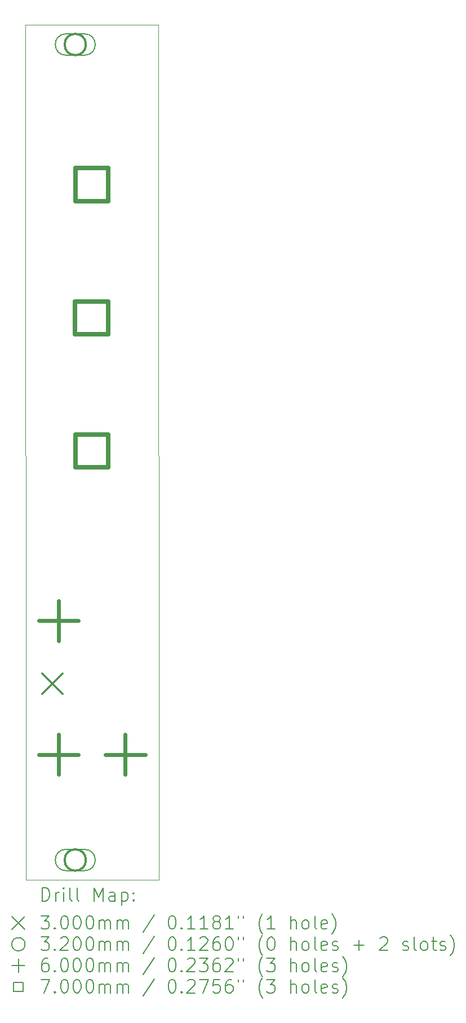
<source format=gbr>
%TF.GenerationSoftware,KiCad,Pcbnew,6.0.10+dfsg-1~bpo11+1*%
%TF.CreationDate,2023-02-01T15:05:14+08:00*%
%TF.ProjectId,MiniVerb - Front,4d696e69-5665-4726-9220-2d2046726f6e,rev?*%
%TF.SameCoordinates,Original*%
%TF.FileFunction,Drillmap*%
%TF.FilePolarity,Positive*%
%FSLAX45Y45*%
G04 Gerber Fmt 4.5, Leading zero omitted, Abs format (unit mm)*
G04 Created by KiCad (PCBNEW 6.0.10+dfsg-1~bpo11+1) date 2023-02-01 15:05:14*
%MOMM*%
%LPD*%
G01*
G04 APERTURE LIST*
%ADD10C,0.100000*%
%ADD11C,0.200000*%
%ADD12C,0.300000*%
%ADD13C,0.320000*%
%ADD14C,0.600000*%
%ADD15C,0.700000*%
G04 APERTURE END LIST*
D10*
X11706000Y-5001000D02*
X9706000Y-5001000D01*
X11711000Y-17851000D02*
X11706000Y-5001000D01*
X9706000Y-5001000D02*
X9716000Y-17851000D01*
X9716000Y-17851000D02*
X11711000Y-17851000D01*
D11*
D12*
X9960000Y-14750000D02*
X10260000Y-15050000D01*
X10260000Y-14750000D02*
X9960000Y-15050000D01*
D13*
X10615000Y-5300000D02*
G75*
G03*
X10615000Y-5300000I-160000J0D01*
G01*
D11*
X10315000Y-5460000D02*
X10595000Y-5460000D01*
X10315000Y-5140000D02*
X10595000Y-5140000D01*
X10595000Y-5460000D02*
G75*
G03*
X10595000Y-5140000I0J160000D01*
G01*
X10315000Y-5140000D02*
G75*
G03*
X10315000Y-5460000I0J-160000D01*
G01*
D13*
X10615000Y-17550000D02*
G75*
G03*
X10615000Y-17550000I-160000J0D01*
G01*
D11*
X10315000Y-17710000D02*
X10595000Y-17710000D01*
X10315000Y-17390000D02*
X10595000Y-17390000D01*
X10595000Y-17710000D02*
G75*
G03*
X10595000Y-17390000I0J160000D01*
G01*
X10315000Y-17390000D02*
G75*
G03*
X10315000Y-17710000I0J-160000D01*
G01*
D14*
X10205000Y-13655000D02*
X10205000Y-14255000D01*
X9905000Y-13955000D02*
X10505000Y-13955000D01*
X10205000Y-15665000D02*
X10205000Y-16265000D01*
X9905000Y-15965000D02*
X10505000Y-15965000D01*
X11205000Y-15665000D02*
X11205000Y-16265000D01*
X10905000Y-15965000D02*
X11505000Y-15965000D01*
D15*
X10947490Y-9652490D02*
X10947490Y-9157510D01*
X10452510Y-9157510D01*
X10452510Y-9652490D01*
X10947490Y-9652490D01*
X10952490Y-7652490D02*
X10952490Y-7157510D01*
X10457510Y-7157510D01*
X10457510Y-7652490D01*
X10952490Y-7652490D01*
X10952490Y-11652490D02*
X10952490Y-11157510D01*
X10457510Y-11157510D01*
X10457510Y-11652490D01*
X10952490Y-11652490D01*
D11*
X9958619Y-18166476D02*
X9958619Y-17966476D01*
X10006238Y-17966476D01*
X10034810Y-17976000D01*
X10053857Y-17995048D01*
X10063381Y-18014095D01*
X10072905Y-18052190D01*
X10072905Y-18080762D01*
X10063381Y-18118857D01*
X10053857Y-18137905D01*
X10034810Y-18156952D01*
X10006238Y-18166476D01*
X9958619Y-18166476D01*
X10158619Y-18166476D02*
X10158619Y-18033143D01*
X10158619Y-18071238D02*
X10168143Y-18052190D01*
X10177667Y-18042667D01*
X10196714Y-18033143D01*
X10215762Y-18033143D01*
X10282429Y-18166476D02*
X10282429Y-18033143D01*
X10282429Y-17966476D02*
X10272905Y-17976000D01*
X10282429Y-17985524D01*
X10291952Y-17976000D01*
X10282429Y-17966476D01*
X10282429Y-17985524D01*
X10406238Y-18166476D02*
X10387190Y-18156952D01*
X10377667Y-18137905D01*
X10377667Y-17966476D01*
X10511000Y-18166476D02*
X10491952Y-18156952D01*
X10482429Y-18137905D01*
X10482429Y-17966476D01*
X10739571Y-18166476D02*
X10739571Y-17966476D01*
X10806238Y-18109333D01*
X10872905Y-17966476D01*
X10872905Y-18166476D01*
X11053857Y-18166476D02*
X11053857Y-18061714D01*
X11044333Y-18042667D01*
X11025286Y-18033143D01*
X10987190Y-18033143D01*
X10968143Y-18042667D01*
X11053857Y-18156952D02*
X11034810Y-18166476D01*
X10987190Y-18166476D01*
X10968143Y-18156952D01*
X10958619Y-18137905D01*
X10958619Y-18118857D01*
X10968143Y-18099810D01*
X10987190Y-18090286D01*
X11034810Y-18090286D01*
X11053857Y-18080762D01*
X11149095Y-18033143D02*
X11149095Y-18233143D01*
X11149095Y-18042667D02*
X11168143Y-18033143D01*
X11206238Y-18033143D01*
X11225286Y-18042667D01*
X11234809Y-18052190D01*
X11244333Y-18071238D01*
X11244333Y-18128381D01*
X11234809Y-18147429D01*
X11225286Y-18156952D01*
X11206238Y-18166476D01*
X11168143Y-18166476D01*
X11149095Y-18156952D01*
X11330048Y-18147429D02*
X11339571Y-18156952D01*
X11330048Y-18166476D01*
X11320524Y-18156952D01*
X11330048Y-18147429D01*
X11330048Y-18166476D01*
X11330048Y-18042667D02*
X11339571Y-18052190D01*
X11330048Y-18061714D01*
X11320524Y-18052190D01*
X11330048Y-18042667D01*
X11330048Y-18061714D01*
X9501000Y-18396000D02*
X9701000Y-18596000D01*
X9701000Y-18396000D02*
X9501000Y-18596000D01*
X9939571Y-18386476D02*
X10063381Y-18386476D01*
X9996714Y-18462667D01*
X10025286Y-18462667D01*
X10044333Y-18472190D01*
X10053857Y-18481714D01*
X10063381Y-18500762D01*
X10063381Y-18548381D01*
X10053857Y-18567429D01*
X10044333Y-18576952D01*
X10025286Y-18586476D01*
X9968143Y-18586476D01*
X9949095Y-18576952D01*
X9939571Y-18567429D01*
X10149095Y-18567429D02*
X10158619Y-18576952D01*
X10149095Y-18586476D01*
X10139571Y-18576952D01*
X10149095Y-18567429D01*
X10149095Y-18586476D01*
X10282429Y-18386476D02*
X10301476Y-18386476D01*
X10320524Y-18396000D01*
X10330048Y-18405524D01*
X10339571Y-18424571D01*
X10349095Y-18462667D01*
X10349095Y-18510286D01*
X10339571Y-18548381D01*
X10330048Y-18567429D01*
X10320524Y-18576952D01*
X10301476Y-18586476D01*
X10282429Y-18586476D01*
X10263381Y-18576952D01*
X10253857Y-18567429D01*
X10244333Y-18548381D01*
X10234810Y-18510286D01*
X10234810Y-18462667D01*
X10244333Y-18424571D01*
X10253857Y-18405524D01*
X10263381Y-18396000D01*
X10282429Y-18386476D01*
X10472905Y-18386476D02*
X10491952Y-18386476D01*
X10511000Y-18396000D01*
X10520524Y-18405524D01*
X10530048Y-18424571D01*
X10539571Y-18462667D01*
X10539571Y-18510286D01*
X10530048Y-18548381D01*
X10520524Y-18567429D01*
X10511000Y-18576952D01*
X10491952Y-18586476D01*
X10472905Y-18586476D01*
X10453857Y-18576952D01*
X10444333Y-18567429D01*
X10434810Y-18548381D01*
X10425286Y-18510286D01*
X10425286Y-18462667D01*
X10434810Y-18424571D01*
X10444333Y-18405524D01*
X10453857Y-18396000D01*
X10472905Y-18386476D01*
X10663381Y-18386476D02*
X10682429Y-18386476D01*
X10701476Y-18396000D01*
X10711000Y-18405524D01*
X10720524Y-18424571D01*
X10730048Y-18462667D01*
X10730048Y-18510286D01*
X10720524Y-18548381D01*
X10711000Y-18567429D01*
X10701476Y-18576952D01*
X10682429Y-18586476D01*
X10663381Y-18586476D01*
X10644333Y-18576952D01*
X10634810Y-18567429D01*
X10625286Y-18548381D01*
X10615762Y-18510286D01*
X10615762Y-18462667D01*
X10625286Y-18424571D01*
X10634810Y-18405524D01*
X10644333Y-18396000D01*
X10663381Y-18386476D01*
X10815762Y-18586476D02*
X10815762Y-18453143D01*
X10815762Y-18472190D02*
X10825286Y-18462667D01*
X10844333Y-18453143D01*
X10872905Y-18453143D01*
X10891952Y-18462667D01*
X10901476Y-18481714D01*
X10901476Y-18586476D01*
X10901476Y-18481714D02*
X10911000Y-18462667D01*
X10930048Y-18453143D01*
X10958619Y-18453143D01*
X10977667Y-18462667D01*
X10987190Y-18481714D01*
X10987190Y-18586476D01*
X11082429Y-18586476D02*
X11082429Y-18453143D01*
X11082429Y-18472190D02*
X11091952Y-18462667D01*
X11111000Y-18453143D01*
X11139571Y-18453143D01*
X11158619Y-18462667D01*
X11168143Y-18481714D01*
X11168143Y-18586476D01*
X11168143Y-18481714D02*
X11177667Y-18462667D01*
X11196714Y-18453143D01*
X11225286Y-18453143D01*
X11244333Y-18462667D01*
X11253857Y-18481714D01*
X11253857Y-18586476D01*
X11644333Y-18376952D02*
X11472905Y-18634095D01*
X11901476Y-18386476D02*
X11920524Y-18386476D01*
X11939571Y-18396000D01*
X11949095Y-18405524D01*
X11958619Y-18424571D01*
X11968143Y-18462667D01*
X11968143Y-18510286D01*
X11958619Y-18548381D01*
X11949095Y-18567429D01*
X11939571Y-18576952D01*
X11920524Y-18586476D01*
X11901476Y-18586476D01*
X11882428Y-18576952D01*
X11872905Y-18567429D01*
X11863381Y-18548381D01*
X11853857Y-18510286D01*
X11853857Y-18462667D01*
X11863381Y-18424571D01*
X11872905Y-18405524D01*
X11882428Y-18396000D01*
X11901476Y-18386476D01*
X12053857Y-18567429D02*
X12063381Y-18576952D01*
X12053857Y-18586476D01*
X12044333Y-18576952D01*
X12053857Y-18567429D01*
X12053857Y-18586476D01*
X12253857Y-18586476D02*
X12139571Y-18586476D01*
X12196714Y-18586476D02*
X12196714Y-18386476D01*
X12177667Y-18415048D01*
X12158619Y-18434095D01*
X12139571Y-18443619D01*
X12444333Y-18586476D02*
X12330048Y-18586476D01*
X12387190Y-18586476D02*
X12387190Y-18386476D01*
X12368143Y-18415048D01*
X12349095Y-18434095D01*
X12330048Y-18443619D01*
X12558619Y-18472190D02*
X12539571Y-18462667D01*
X12530048Y-18453143D01*
X12520524Y-18434095D01*
X12520524Y-18424571D01*
X12530048Y-18405524D01*
X12539571Y-18396000D01*
X12558619Y-18386476D01*
X12596714Y-18386476D01*
X12615762Y-18396000D01*
X12625286Y-18405524D01*
X12634809Y-18424571D01*
X12634809Y-18434095D01*
X12625286Y-18453143D01*
X12615762Y-18462667D01*
X12596714Y-18472190D01*
X12558619Y-18472190D01*
X12539571Y-18481714D01*
X12530048Y-18491238D01*
X12520524Y-18510286D01*
X12520524Y-18548381D01*
X12530048Y-18567429D01*
X12539571Y-18576952D01*
X12558619Y-18586476D01*
X12596714Y-18586476D01*
X12615762Y-18576952D01*
X12625286Y-18567429D01*
X12634809Y-18548381D01*
X12634809Y-18510286D01*
X12625286Y-18491238D01*
X12615762Y-18481714D01*
X12596714Y-18472190D01*
X12825286Y-18586476D02*
X12711000Y-18586476D01*
X12768143Y-18586476D02*
X12768143Y-18386476D01*
X12749095Y-18415048D01*
X12730048Y-18434095D01*
X12711000Y-18443619D01*
X12901476Y-18386476D02*
X12901476Y-18424571D01*
X12977667Y-18386476D02*
X12977667Y-18424571D01*
X13272905Y-18662667D02*
X13263381Y-18653143D01*
X13244333Y-18624571D01*
X13234809Y-18605524D01*
X13225286Y-18576952D01*
X13215762Y-18529333D01*
X13215762Y-18491238D01*
X13225286Y-18443619D01*
X13234809Y-18415048D01*
X13244333Y-18396000D01*
X13263381Y-18367429D01*
X13272905Y-18357905D01*
X13453857Y-18586476D02*
X13339571Y-18586476D01*
X13396714Y-18586476D02*
X13396714Y-18386476D01*
X13377667Y-18415048D01*
X13358619Y-18434095D01*
X13339571Y-18443619D01*
X13691952Y-18586476D02*
X13691952Y-18386476D01*
X13777667Y-18586476D02*
X13777667Y-18481714D01*
X13768143Y-18462667D01*
X13749095Y-18453143D01*
X13720524Y-18453143D01*
X13701476Y-18462667D01*
X13691952Y-18472190D01*
X13901476Y-18586476D02*
X13882428Y-18576952D01*
X13872905Y-18567429D01*
X13863381Y-18548381D01*
X13863381Y-18491238D01*
X13872905Y-18472190D01*
X13882428Y-18462667D01*
X13901476Y-18453143D01*
X13930048Y-18453143D01*
X13949095Y-18462667D01*
X13958619Y-18472190D01*
X13968143Y-18491238D01*
X13968143Y-18548381D01*
X13958619Y-18567429D01*
X13949095Y-18576952D01*
X13930048Y-18586476D01*
X13901476Y-18586476D01*
X14082428Y-18586476D02*
X14063381Y-18576952D01*
X14053857Y-18557905D01*
X14053857Y-18386476D01*
X14234809Y-18576952D02*
X14215762Y-18586476D01*
X14177667Y-18586476D01*
X14158619Y-18576952D01*
X14149095Y-18557905D01*
X14149095Y-18481714D01*
X14158619Y-18462667D01*
X14177667Y-18453143D01*
X14215762Y-18453143D01*
X14234809Y-18462667D01*
X14244333Y-18481714D01*
X14244333Y-18500762D01*
X14149095Y-18519810D01*
X14311000Y-18662667D02*
X14320524Y-18653143D01*
X14339571Y-18624571D01*
X14349095Y-18605524D01*
X14358619Y-18576952D01*
X14368143Y-18529333D01*
X14368143Y-18491238D01*
X14358619Y-18443619D01*
X14349095Y-18415048D01*
X14339571Y-18396000D01*
X14320524Y-18367429D01*
X14311000Y-18357905D01*
X9701000Y-18816000D02*
G75*
G03*
X9701000Y-18816000I-100000J0D01*
G01*
X9939571Y-18706476D02*
X10063381Y-18706476D01*
X9996714Y-18782667D01*
X10025286Y-18782667D01*
X10044333Y-18792190D01*
X10053857Y-18801714D01*
X10063381Y-18820762D01*
X10063381Y-18868381D01*
X10053857Y-18887429D01*
X10044333Y-18896952D01*
X10025286Y-18906476D01*
X9968143Y-18906476D01*
X9949095Y-18896952D01*
X9939571Y-18887429D01*
X10149095Y-18887429D02*
X10158619Y-18896952D01*
X10149095Y-18906476D01*
X10139571Y-18896952D01*
X10149095Y-18887429D01*
X10149095Y-18906476D01*
X10234810Y-18725524D02*
X10244333Y-18716000D01*
X10263381Y-18706476D01*
X10311000Y-18706476D01*
X10330048Y-18716000D01*
X10339571Y-18725524D01*
X10349095Y-18744571D01*
X10349095Y-18763619D01*
X10339571Y-18792190D01*
X10225286Y-18906476D01*
X10349095Y-18906476D01*
X10472905Y-18706476D02*
X10491952Y-18706476D01*
X10511000Y-18716000D01*
X10520524Y-18725524D01*
X10530048Y-18744571D01*
X10539571Y-18782667D01*
X10539571Y-18830286D01*
X10530048Y-18868381D01*
X10520524Y-18887429D01*
X10511000Y-18896952D01*
X10491952Y-18906476D01*
X10472905Y-18906476D01*
X10453857Y-18896952D01*
X10444333Y-18887429D01*
X10434810Y-18868381D01*
X10425286Y-18830286D01*
X10425286Y-18782667D01*
X10434810Y-18744571D01*
X10444333Y-18725524D01*
X10453857Y-18716000D01*
X10472905Y-18706476D01*
X10663381Y-18706476D02*
X10682429Y-18706476D01*
X10701476Y-18716000D01*
X10711000Y-18725524D01*
X10720524Y-18744571D01*
X10730048Y-18782667D01*
X10730048Y-18830286D01*
X10720524Y-18868381D01*
X10711000Y-18887429D01*
X10701476Y-18896952D01*
X10682429Y-18906476D01*
X10663381Y-18906476D01*
X10644333Y-18896952D01*
X10634810Y-18887429D01*
X10625286Y-18868381D01*
X10615762Y-18830286D01*
X10615762Y-18782667D01*
X10625286Y-18744571D01*
X10634810Y-18725524D01*
X10644333Y-18716000D01*
X10663381Y-18706476D01*
X10815762Y-18906476D02*
X10815762Y-18773143D01*
X10815762Y-18792190D02*
X10825286Y-18782667D01*
X10844333Y-18773143D01*
X10872905Y-18773143D01*
X10891952Y-18782667D01*
X10901476Y-18801714D01*
X10901476Y-18906476D01*
X10901476Y-18801714D02*
X10911000Y-18782667D01*
X10930048Y-18773143D01*
X10958619Y-18773143D01*
X10977667Y-18782667D01*
X10987190Y-18801714D01*
X10987190Y-18906476D01*
X11082429Y-18906476D02*
X11082429Y-18773143D01*
X11082429Y-18792190D02*
X11091952Y-18782667D01*
X11111000Y-18773143D01*
X11139571Y-18773143D01*
X11158619Y-18782667D01*
X11168143Y-18801714D01*
X11168143Y-18906476D01*
X11168143Y-18801714D02*
X11177667Y-18782667D01*
X11196714Y-18773143D01*
X11225286Y-18773143D01*
X11244333Y-18782667D01*
X11253857Y-18801714D01*
X11253857Y-18906476D01*
X11644333Y-18696952D02*
X11472905Y-18954095D01*
X11901476Y-18706476D02*
X11920524Y-18706476D01*
X11939571Y-18716000D01*
X11949095Y-18725524D01*
X11958619Y-18744571D01*
X11968143Y-18782667D01*
X11968143Y-18830286D01*
X11958619Y-18868381D01*
X11949095Y-18887429D01*
X11939571Y-18896952D01*
X11920524Y-18906476D01*
X11901476Y-18906476D01*
X11882428Y-18896952D01*
X11872905Y-18887429D01*
X11863381Y-18868381D01*
X11853857Y-18830286D01*
X11853857Y-18782667D01*
X11863381Y-18744571D01*
X11872905Y-18725524D01*
X11882428Y-18716000D01*
X11901476Y-18706476D01*
X12053857Y-18887429D02*
X12063381Y-18896952D01*
X12053857Y-18906476D01*
X12044333Y-18896952D01*
X12053857Y-18887429D01*
X12053857Y-18906476D01*
X12253857Y-18906476D02*
X12139571Y-18906476D01*
X12196714Y-18906476D02*
X12196714Y-18706476D01*
X12177667Y-18735048D01*
X12158619Y-18754095D01*
X12139571Y-18763619D01*
X12330048Y-18725524D02*
X12339571Y-18716000D01*
X12358619Y-18706476D01*
X12406238Y-18706476D01*
X12425286Y-18716000D01*
X12434809Y-18725524D01*
X12444333Y-18744571D01*
X12444333Y-18763619D01*
X12434809Y-18792190D01*
X12320524Y-18906476D01*
X12444333Y-18906476D01*
X12615762Y-18706476D02*
X12577667Y-18706476D01*
X12558619Y-18716000D01*
X12549095Y-18725524D01*
X12530048Y-18754095D01*
X12520524Y-18792190D01*
X12520524Y-18868381D01*
X12530048Y-18887429D01*
X12539571Y-18896952D01*
X12558619Y-18906476D01*
X12596714Y-18906476D01*
X12615762Y-18896952D01*
X12625286Y-18887429D01*
X12634809Y-18868381D01*
X12634809Y-18820762D01*
X12625286Y-18801714D01*
X12615762Y-18792190D01*
X12596714Y-18782667D01*
X12558619Y-18782667D01*
X12539571Y-18792190D01*
X12530048Y-18801714D01*
X12520524Y-18820762D01*
X12758619Y-18706476D02*
X12777667Y-18706476D01*
X12796714Y-18716000D01*
X12806238Y-18725524D01*
X12815762Y-18744571D01*
X12825286Y-18782667D01*
X12825286Y-18830286D01*
X12815762Y-18868381D01*
X12806238Y-18887429D01*
X12796714Y-18896952D01*
X12777667Y-18906476D01*
X12758619Y-18906476D01*
X12739571Y-18896952D01*
X12730048Y-18887429D01*
X12720524Y-18868381D01*
X12711000Y-18830286D01*
X12711000Y-18782667D01*
X12720524Y-18744571D01*
X12730048Y-18725524D01*
X12739571Y-18716000D01*
X12758619Y-18706476D01*
X12901476Y-18706476D02*
X12901476Y-18744571D01*
X12977667Y-18706476D02*
X12977667Y-18744571D01*
X13272905Y-18982667D02*
X13263381Y-18973143D01*
X13244333Y-18944571D01*
X13234809Y-18925524D01*
X13225286Y-18896952D01*
X13215762Y-18849333D01*
X13215762Y-18811238D01*
X13225286Y-18763619D01*
X13234809Y-18735048D01*
X13244333Y-18716000D01*
X13263381Y-18687429D01*
X13272905Y-18677905D01*
X13387190Y-18706476D02*
X13406238Y-18706476D01*
X13425286Y-18716000D01*
X13434809Y-18725524D01*
X13444333Y-18744571D01*
X13453857Y-18782667D01*
X13453857Y-18830286D01*
X13444333Y-18868381D01*
X13434809Y-18887429D01*
X13425286Y-18896952D01*
X13406238Y-18906476D01*
X13387190Y-18906476D01*
X13368143Y-18896952D01*
X13358619Y-18887429D01*
X13349095Y-18868381D01*
X13339571Y-18830286D01*
X13339571Y-18782667D01*
X13349095Y-18744571D01*
X13358619Y-18725524D01*
X13368143Y-18716000D01*
X13387190Y-18706476D01*
X13691952Y-18906476D02*
X13691952Y-18706476D01*
X13777667Y-18906476D02*
X13777667Y-18801714D01*
X13768143Y-18782667D01*
X13749095Y-18773143D01*
X13720524Y-18773143D01*
X13701476Y-18782667D01*
X13691952Y-18792190D01*
X13901476Y-18906476D02*
X13882428Y-18896952D01*
X13872905Y-18887429D01*
X13863381Y-18868381D01*
X13863381Y-18811238D01*
X13872905Y-18792190D01*
X13882428Y-18782667D01*
X13901476Y-18773143D01*
X13930048Y-18773143D01*
X13949095Y-18782667D01*
X13958619Y-18792190D01*
X13968143Y-18811238D01*
X13968143Y-18868381D01*
X13958619Y-18887429D01*
X13949095Y-18896952D01*
X13930048Y-18906476D01*
X13901476Y-18906476D01*
X14082428Y-18906476D02*
X14063381Y-18896952D01*
X14053857Y-18877905D01*
X14053857Y-18706476D01*
X14234809Y-18896952D02*
X14215762Y-18906476D01*
X14177667Y-18906476D01*
X14158619Y-18896952D01*
X14149095Y-18877905D01*
X14149095Y-18801714D01*
X14158619Y-18782667D01*
X14177667Y-18773143D01*
X14215762Y-18773143D01*
X14234809Y-18782667D01*
X14244333Y-18801714D01*
X14244333Y-18820762D01*
X14149095Y-18839810D01*
X14320524Y-18896952D02*
X14339571Y-18906476D01*
X14377667Y-18906476D01*
X14396714Y-18896952D01*
X14406238Y-18877905D01*
X14406238Y-18868381D01*
X14396714Y-18849333D01*
X14377667Y-18839810D01*
X14349095Y-18839810D01*
X14330048Y-18830286D01*
X14320524Y-18811238D01*
X14320524Y-18801714D01*
X14330048Y-18782667D01*
X14349095Y-18773143D01*
X14377667Y-18773143D01*
X14396714Y-18782667D01*
X14644333Y-18830286D02*
X14796714Y-18830286D01*
X14720524Y-18906476D02*
X14720524Y-18754095D01*
X15034809Y-18725524D02*
X15044333Y-18716000D01*
X15063381Y-18706476D01*
X15111000Y-18706476D01*
X15130048Y-18716000D01*
X15139571Y-18725524D01*
X15149095Y-18744571D01*
X15149095Y-18763619D01*
X15139571Y-18792190D01*
X15025286Y-18906476D01*
X15149095Y-18906476D01*
X15377667Y-18896952D02*
X15396714Y-18906476D01*
X15434809Y-18906476D01*
X15453857Y-18896952D01*
X15463381Y-18877905D01*
X15463381Y-18868381D01*
X15453857Y-18849333D01*
X15434809Y-18839810D01*
X15406238Y-18839810D01*
X15387190Y-18830286D01*
X15377667Y-18811238D01*
X15377667Y-18801714D01*
X15387190Y-18782667D01*
X15406238Y-18773143D01*
X15434809Y-18773143D01*
X15453857Y-18782667D01*
X15577667Y-18906476D02*
X15558619Y-18896952D01*
X15549095Y-18877905D01*
X15549095Y-18706476D01*
X15682428Y-18906476D02*
X15663381Y-18896952D01*
X15653857Y-18887429D01*
X15644333Y-18868381D01*
X15644333Y-18811238D01*
X15653857Y-18792190D01*
X15663381Y-18782667D01*
X15682428Y-18773143D01*
X15711000Y-18773143D01*
X15730048Y-18782667D01*
X15739571Y-18792190D01*
X15749095Y-18811238D01*
X15749095Y-18868381D01*
X15739571Y-18887429D01*
X15730048Y-18896952D01*
X15711000Y-18906476D01*
X15682428Y-18906476D01*
X15806238Y-18773143D02*
X15882428Y-18773143D01*
X15834809Y-18706476D02*
X15834809Y-18877905D01*
X15844333Y-18896952D01*
X15863381Y-18906476D01*
X15882428Y-18906476D01*
X15939571Y-18896952D02*
X15958619Y-18906476D01*
X15996714Y-18906476D01*
X16015762Y-18896952D01*
X16025286Y-18877905D01*
X16025286Y-18868381D01*
X16015762Y-18849333D01*
X15996714Y-18839810D01*
X15968143Y-18839810D01*
X15949095Y-18830286D01*
X15939571Y-18811238D01*
X15939571Y-18801714D01*
X15949095Y-18782667D01*
X15968143Y-18773143D01*
X15996714Y-18773143D01*
X16015762Y-18782667D01*
X16091952Y-18982667D02*
X16101476Y-18973143D01*
X16120524Y-18944571D01*
X16130048Y-18925524D01*
X16139571Y-18896952D01*
X16149095Y-18849333D01*
X16149095Y-18811238D01*
X16139571Y-18763619D01*
X16130048Y-18735048D01*
X16120524Y-18716000D01*
X16101476Y-18687429D01*
X16091952Y-18677905D01*
X9601000Y-19036000D02*
X9601000Y-19236000D01*
X9501000Y-19136000D02*
X9701000Y-19136000D01*
X10044333Y-19026476D02*
X10006238Y-19026476D01*
X9987190Y-19036000D01*
X9977667Y-19045524D01*
X9958619Y-19074095D01*
X9949095Y-19112190D01*
X9949095Y-19188381D01*
X9958619Y-19207429D01*
X9968143Y-19216952D01*
X9987190Y-19226476D01*
X10025286Y-19226476D01*
X10044333Y-19216952D01*
X10053857Y-19207429D01*
X10063381Y-19188381D01*
X10063381Y-19140762D01*
X10053857Y-19121714D01*
X10044333Y-19112190D01*
X10025286Y-19102667D01*
X9987190Y-19102667D01*
X9968143Y-19112190D01*
X9958619Y-19121714D01*
X9949095Y-19140762D01*
X10149095Y-19207429D02*
X10158619Y-19216952D01*
X10149095Y-19226476D01*
X10139571Y-19216952D01*
X10149095Y-19207429D01*
X10149095Y-19226476D01*
X10282429Y-19026476D02*
X10301476Y-19026476D01*
X10320524Y-19036000D01*
X10330048Y-19045524D01*
X10339571Y-19064571D01*
X10349095Y-19102667D01*
X10349095Y-19150286D01*
X10339571Y-19188381D01*
X10330048Y-19207429D01*
X10320524Y-19216952D01*
X10301476Y-19226476D01*
X10282429Y-19226476D01*
X10263381Y-19216952D01*
X10253857Y-19207429D01*
X10244333Y-19188381D01*
X10234810Y-19150286D01*
X10234810Y-19102667D01*
X10244333Y-19064571D01*
X10253857Y-19045524D01*
X10263381Y-19036000D01*
X10282429Y-19026476D01*
X10472905Y-19026476D02*
X10491952Y-19026476D01*
X10511000Y-19036000D01*
X10520524Y-19045524D01*
X10530048Y-19064571D01*
X10539571Y-19102667D01*
X10539571Y-19150286D01*
X10530048Y-19188381D01*
X10520524Y-19207429D01*
X10511000Y-19216952D01*
X10491952Y-19226476D01*
X10472905Y-19226476D01*
X10453857Y-19216952D01*
X10444333Y-19207429D01*
X10434810Y-19188381D01*
X10425286Y-19150286D01*
X10425286Y-19102667D01*
X10434810Y-19064571D01*
X10444333Y-19045524D01*
X10453857Y-19036000D01*
X10472905Y-19026476D01*
X10663381Y-19026476D02*
X10682429Y-19026476D01*
X10701476Y-19036000D01*
X10711000Y-19045524D01*
X10720524Y-19064571D01*
X10730048Y-19102667D01*
X10730048Y-19150286D01*
X10720524Y-19188381D01*
X10711000Y-19207429D01*
X10701476Y-19216952D01*
X10682429Y-19226476D01*
X10663381Y-19226476D01*
X10644333Y-19216952D01*
X10634810Y-19207429D01*
X10625286Y-19188381D01*
X10615762Y-19150286D01*
X10615762Y-19102667D01*
X10625286Y-19064571D01*
X10634810Y-19045524D01*
X10644333Y-19036000D01*
X10663381Y-19026476D01*
X10815762Y-19226476D02*
X10815762Y-19093143D01*
X10815762Y-19112190D02*
X10825286Y-19102667D01*
X10844333Y-19093143D01*
X10872905Y-19093143D01*
X10891952Y-19102667D01*
X10901476Y-19121714D01*
X10901476Y-19226476D01*
X10901476Y-19121714D02*
X10911000Y-19102667D01*
X10930048Y-19093143D01*
X10958619Y-19093143D01*
X10977667Y-19102667D01*
X10987190Y-19121714D01*
X10987190Y-19226476D01*
X11082429Y-19226476D02*
X11082429Y-19093143D01*
X11082429Y-19112190D02*
X11091952Y-19102667D01*
X11111000Y-19093143D01*
X11139571Y-19093143D01*
X11158619Y-19102667D01*
X11168143Y-19121714D01*
X11168143Y-19226476D01*
X11168143Y-19121714D02*
X11177667Y-19102667D01*
X11196714Y-19093143D01*
X11225286Y-19093143D01*
X11244333Y-19102667D01*
X11253857Y-19121714D01*
X11253857Y-19226476D01*
X11644333Y-19016952D02*
X11472905Y-19274095D01*
X11901476Y-19026476D02*
X11920524Y-19026476D01*
X11939571Y-19036000D01*
X11949095Y-19045524D01*
X11958619Y-19064571D01*
X11968143Y-19102667D01*
X11968143Y-19150286D01*
X11958619Y-19188381D01*
X11949095Y-19207429D01*
X11939571Y-19216952D01*
X11920524Y-19226476D01*
X11901476Y-19226476D01*
X11882428Y-19216952D01*
X11872905Y-19207429D01*
X11863381Y-19188381D01*
X11853857Y-19150286D01*
X11853857Y-19102667D01*
X11863381Y-19064571D01*
X11872905Y-19045524D01*
X11882428Y-19036000D01*
X11901476Y-19026476D01*
X12053857Y-19207429D02*
X12063381Y-19216952D01*
X12053857Y-19226476D01*
X12044333Y-19216952D01*
X12053857Y-19207429D01*
X12053857Y-19226476D01*
X12139571Y-19045524D02*
X12149095Y-19036000D01*
X12168143Y-19026476D01*
X12215762Y-19026476D01*
X12234809Y-19036000D01*
X12244333Y-19045524D01*
X12253857Y-19064571D01*
X12253857Y-19083619D01*
X12244333Y-19112190D01*
X12130048Y-19226476D01*
X12253857Y-19226476D01*
X12320524Y-19026476D02*
X12444333Y-19026476D01*
X12377667Y-19102667D01*
X12406238Y-19102667D01*
X12425286Y-19112190D01*
X12434809Y-19121714D01*
X12444333Y-19140762D01*
X12444333Y-19188381D01*
X12434809Y-19207429D01*
X12425286Y-19216952D01*
X12406238Y-19226476D01*
X12349095Y-19226476D01*
X12330048Y-19216952D01*
X12320524Y-19207429D01*
X12615762Y-19026476D02*
X12577667Y-19026476D01*
X12558619Y-19036000D01*
X12549095Y-19045524D01*
X12530048Y-19074095D01*
X12520524Y-19112190D01*
X12520524Y-19188381D01*
X12530048Y-19207429D01*
X12539571Y-19216952D01*
X12558619Y-19226476D01*
X12596714Y-19226476D01*
X12615762Y-19216952D01*
X12625286Y-19207429D01*
X12634809Y-19188381D01*
X12634809Y-19140762D01*
X12625286Y-19121714D01*
X12615762Y-19112190D01*
X12596714Y-19102667D01*
X12558619Y-19102667D01*
X12539571Y-19112190D01*
X12530048Y-19121714D01*
X12520524Y-19140762D01*
X12711000Y-19045524D02*
X12720524Y-19036000D01*
X12739571Y-19026476D01*
X12787190Y-19026476D01*
X12806238Y-19036000D01*
X12815762Y-19045524D01*
X12825286Y-19064571D01*
X12825286Y-19083619D01*
X12815762Y-19112190D01*
X12701476Y-19226476D01*
X12825286Y-19226476D01*
X12901476Y-19026476D02*
X12901476Y-19064571D01*
X12977667Y-19026476D02*
X12977667Y-19064571D01*
X13272905Y-19302667D02*
X13263381Y-19293143D01*
X13244333Y-19264571D01*
X13234809Y-19245524D01*
X13225286Y-19216952D01*
X13215762Y-19169333D01*
X13215762Y-19131238D01*
X13225286Y-19083619D01*
X13234809Y-19055048D01*
X13244333Y-19036000D01*
X13263381Y-19007429D01*
X13272905Y-18997905D01*
X13330048Y-19026476D02*
X13453857Y-19026476D01*
X13387190Y-19102667D01*
X13415762Y-19102667D01*
X13434809Y-19112190D01*
X13444333Y-19121714D01*
X13453857Y-19140762D01*
X13453857Y-19188381D01*
X13444333Y-19207429D01*
X13434809Y-19216952D01*
X13415762Y-19226476D01*
X13358619Y-19226476D01*
X13339571Y-19216952D01*
X13330048Y-19207429D01*
X13691952Y-19226476D02*
X13691952Y-19026476D01*
X13777667Y-19226476D02*
X13777667Y-19121714D01*
X13768143Y-19102667D01*
X13749095Y-19093143D01*
X13720524Y-19093143D01*
X13701476Y-19102667D01*
X13691952Y-19112190D01*
X13901476Y-19226476D02*
X13882428Y-19216952D01*
X13872905Y-19207429D01*
X13863381Y-19188381D01*
X13863381Y-19131238D01*
X13872905Y-19112190D01*
X13882428Y-19102667D01*
X13901476Y-19093143D01*
X13930048Y-19093143D01*
X13949095Y-19102667D01*
X13958619Y-19112190D01*
X13968143Y-19131238D01*
X13968143Y-19188381D01*
X13958619Y-19207429D01*
X13949095Y-19216952D01*
X13930048Y-19226476D01*
X13901476Y-19226476D01*
X14082428Y-19226476D02*
X14063381Y-19216952D01*
X14053857Y-19197905D01*
X14053857Y-19026476D01*
X14234809Y-19216952D02*
X14215762Y-19226476D01*
X14177667Y-19226476D01*
X14158619Y-19216952D01*
X14149095Y-19197905D01*
X14149095Y-19121714D01*
X14158619Y-19102667D01*
X14177667Y-19093143D01*
X14215762Y-19093143D01*
X14234809Y-19102667D01*
X14244333Y-19121714D01*
X14244333Y-19140762D01*
X14149095Y-19159810D01*
X14320524Y-19216952D02*
X14339571Y-19226476D01*
X14377667Y-19226476D01*
X14396714Y-19216952D01*
X14406238Y-19197905D01*
X14406238Y-19188381D01*
X14396714Y-19169333D01*
X14377667Y-19159810D01*
X14349095Y-19159810D01*
X14330048Y-19150286D01*
X14320524Y-19131238D01*
X14320524Y-19121714D01*
X14330048Y-19102667D01*
X14349095Y-19093143D01*
X14377667Y-19093143D01*
X14396714Y-19102667D01*
X14472905Y-19302667D02*
X14482428Y-19293143D01*
X14501476Y-19264571D01*
X14511000Y-19245524D01*
X14520524Y-19216952D01*
X14530048Y-19169333D01*
X14530048Y-19131238D01*
X14520524Y-19083619D01*
X14511000Y-19055048D01*
X14501476Y-19036000D01*
X14482428Y-19007429D01*
X14472905Y-18997905D01*
X9671711Y-19526711D02*
X9671711Y-19385289D01*
X9530289Y-19385289D01*
X9530289Y-19526711D01*
X9671711Y-19526711D01*
X9939571Y-19346476D02*
X10072905Y-19346476D01*
X9987190Y-19546476D01*
X10149095Y-19527429D02*
X10158619Y-19536952D01*
X10149095Y-19546476D01*
X10139571Y-19536952D01*
X10149095Y-19527429D01*
X10149095Y-19546476D01*
X10282429Y-19346476D02*
X10301476Y-19346476D01*
X10320524Y-19356000D01*
X10330048Y-19365524D01*
X10339571Y-19384571D01*
X10349095Y-19422667D01*
X10349095Y-19470286D01*
X10339571Y-19508381D01*
X10330048Y-19527429D01*
X10320524Y-19536952D01*
X10301476Y-19546476D01*
X10282429Y-19546476D01*
X10263381Y-19536952D01*
X10253857Y-19527429D01*
X10244333Y-19508381D01*
X10234810Y-19470286D01*
X10234810Y-19422667D01*
X10244333Y-19384571D01*
X10253857Y-19365524D01*
X10263381Y-19356000D01*
X10282429Y-19346476D01*
X10472905Y-19346476D02*
X10491952Y-19346476D01*
X10511000Y-19356000D01*
X10520524Y-19365524D01*
X10530048Y-19384571D01*
X10539571Y-19422667D01*
X10539571Y-19470286D01*
X10530048Y-19508381D01*
X10520524Y-19527429D01*
X10511000Y-19536952D01*
X10491952Y-19546476D01*
X10472905Y-19546476D01*
X10453857Y-19536952D01*
X10444333Y-19527429D01*
X10434810Y-19508381D01*
X10425286Y-19470286D01*
X10425286Y-19422667D01*
X10434810Y-19384571D01*
X10444333Y-19365524D01*
X10453857Y-19356000D01*
X10472905Y-19346476D01*
X10663381Y-19346476D02*
X10682429Y-19346476D01*
X10701476Y-19356000D01*
X10711000Y-19365524D01*
X10720524Y-19384571D01*
X10730048Y-19422667D01*
X10730048Y-19470286D01*
X10720524Y-19508381D01*
X10711000Y-19527429D01*
X10701476Y-19536952D01*
X10682429Y-19546476D01*
X10663381Y-19546476D01*
X10644333Y-19536952D01*
X10634810Y-19527429D01*
X10625286Y-19508381D01*
X10615762Y-19470286D01*
X10615762Y-19422667D01*
X10625286Y-19384571D01*
X10634810Y-19365524D01*
X10644333Y-19356000D01*
X10663381Y-19346476D01*
X10815762Y-19546476D02*
X10815762Y-19413143D01*
X10815762Y-19432190D02*
X10825286Y-19422667D01*
X10844333Y-19413143D01*
X10872905Y-19413143D01*
X10891952Y-19422667D01*
X10901476Y-19441714D01*
X10901476Y-19546476D01*
X10901476Y-19441714D02*
X10911000Y-19422667D01*
X10930048Y-19413143D01*
X10958619Y-19413143D01*
X10977667Y-19422667D01*
X10987190Y-19441714D01*
X10987190Y-19546476D01*
X11082429Y-19546476D02*
X11082429Y-19413143D01*
X11082429Y-19432190D02*
X11091952Y-19422667D01*
X11111000Y-19413143D01*
X11139571Y-19413143D01*
X11158619Y-19422667D01*
X11168143Y-19441714D01*
X11168143Y-19546476D01*
X11168143Y-19441714D02*
X11177667Y-19422667D01*
X11196714Y-19413143D01*
X11225286Y-19413143D01*
X11244333Y-19422667D01*
X11253857Y-19441714D01*
X11253857Y-19546476D01*
X11644333Y-19336952D02*
X11472905Y-19594095D01*
X11901476Y-19346476D02*
X11920524Y-19346476D01*
X11939571Y-19356000D01*
X11949095Y-19365524D01*
X11958619Y-19384571D01*
X11968143Y-19422667D01*
X11968143Y-19470286D01*
X11958619Y-19508381D01*
X11949095Y-19527429D01*
X11939571Y-19536952D01*
X11920524Y-19546476D01*
X11901476Y-19546476D01*
X11882428Y-19536952D01*
X11872905Y-19527429D01*
X11863381Y-19508381D01*
X11853857Y-19470286D01*
X11853857Y-19422667D01*
X11863381Y-19384571D01*
X11872905Y-19365524D01*
X11882428Y-19356000D01*
X11901476Y-19346476D01*
X12053857Y-19527429D02*
X12063381Y-19536952D01*
X12053857Y-19546476D01*
X12044333Y-19536952D01*
X12053857Y-19527429D01*
X12053857Y-19546476D01*
X12139571Y-19365524D02*
X12149095Y-19356000D01*
X12168143Y-19346476D01*
X12215762Y-19346476D01*
X12234809Y-19356000D01*
X12244333Y-19365524D01*
X12253857Y-19384571D01*
X12253857Y-19403619D01*
X12244333Y-19432190D01*
X12130048Y-19546476D01*
X12253857Y-19546476D01*
X12320524Y-19346476D02*
X12453857Y-19346476D01*
X12368143Y-19546476D01*
X12625286Y-19346476D02*
X12530048Y-19346476D01*
X12520524Y-19441714D01*
X12530048Y-19432190D01*
X12549095Y-19422667D01*
X12596714Y-19422667D01*
X12615762Y-19432190D01*
X12625286Y-19441714D01*
X12634809Y-19460762D01*
X12634809Y-19508381D01*
X12625286Y-19527429D01*
X12615762Y-19536952D01*
X12596714Y-19546476D01*
X12549095Y-19546476D01*
X12530048Y-19536952D01*
X12520524Y-19527429D01*
X12806238Y-19346476D02*
X12768143Y-19346476D01*
X12749095Y-19356000D01*
X12739571Y-19365524D01*
X12720524Y-19394095D01*
X12711000Y-19432190D01*
X12711000Y-19508381D01*
X12720524Y-19527429D01*
X12730048Y-19536952D01*
X12749095Y-19546476D01*
X12787190Y-19546476D01*
X12806238Y-19536952D01*
X12815762Y-19527429D01*
X12825286Y-19508381D01*
X12825286Y-19460762D01*
X12815762Y-19441714D01*
X12806238Y-19432190D01*
X12787190Y-19422667D01*
X12749095Y-19422667D01*
X12730048Y-19432190D01*
X12720524Y-19441714D01*
X12711000Y-19460762D01*
X12901476Y-19346476D02*
X12901476Y-19384571D01*
X12977667Y-19346476D02*
X12977667Y-19384571D01*
X13272905Y-19622667D02*
X13263381Y-19613143D01*
X13244333Y-19584571D01*
X13234809Y-19565524D01*
X13225286Y-19536952D01*
X13215762Y-19489333D01*
X13215762Y-19451238D01*
X13225286Y-19403619D01*
X13234809Y-19375048D01*
X13244333Y-19356000D01*
X13263381Y-19327429D01*
X13272905Y-19317905D01*
X13330048Y-19346476D02*
X13453857Y-19346476D01*
X13387190Y-19422667D01*
X13415762Y-19422667D01*
X13434809Y-19432190D01*
X13444333Y-19441714D01*
X13453857Y-19460762D01*
X13453857Y-19508381D01*
X13444333Y-19527429D01*
X13434809Y-19536952D01*
X13415762Y-19546476D01*
X13358619Y-19546476D01*
X13339571Y-19536952D01*
X13330048Y-19527429D01*
X13691952Y-19546476D02*
X13691952Y-19346476D01*
X13777667Y-19546476D02*
X13777667Y-19441714D01*
X13768143Y-19422667D01*
X13749095Y-19413143D01*
X13720524Y-19413143D01*
X13701476Y-19422667D01*
X13691952Y-19432190D01*
X13901476Y-19546476D02*
X13882428Y-19536952D01*
X13872905Y-19527429D01*
X13863381Y-19508381D01*
X13863381Y-19451238D01*
X13872905Y-19432190D01*
X13882428Y-19422667D01*
X13901476Y-19413143D01*
X13930048Y-19413143D01*
X13949095Y-19422667D01*
X13958619Y-19432190D01*
X13968143Y-19451238D01*
X13968143Y-19508381D01*
X13958619Y-19527429D01*
X13949095Y-19536952D01*
X13930048Y-19546476D01*
X13901476Y-19546476D01*
X14082428Y-19546476D02*
X14063381Y-19536952D01*
X14053857Y-19517905D01*
X14053857Y-19346476D01*
X14234809Y-19536952D02*
X14215762Y-19546476D01*
X14177667Y-19546476D01*
X14158619Y-19536952D01*
X14149095Y-19517905D01*
X14149095Y-19441714D01*
X14158619Y-19422667D01*
X14177667Y-19413143D01*
X14215762Y-19413143D01*
X14234809Y-19422667D01*
X14244333Y-19441714D01*
X14244333Y-19460762D01*
X14149095Y-19479810D01*
X14320524Y-19536952D02*
X14339571Y-19546476D01*
X14377667Y-19546476D01*
X14396714Y-19536952D01*
X14406238Y-19517905D01*
X14406238Y-19508381D01*
X14396714Y-19489333D01*
X14377667Y-19479810D01*
X14349095Y-19479810D01*
X14330048Y-19470286D01*
X14320524Y-19451238D01*
X14320524Y-19441714D01*
X14330048Y-19422667D01*
X14349095Y-19413143D01*
X14377667Y-19413143D01*
X14396714Y-19422667D01*
X14472905Y-19622667D02*
X14482428Y-19613143D01*
X14501476Y-19584571D01*
X14511000Y-19565524D01*
X14520524Y-19536952D01*
X14530048Y-19489333D01*
X14530048Y-19451238D01*
X14520524Y-19403619D01*
X14511000Y-19375048D01*
X14501476Y-19356000D01*
X14482428Y-19327429D01*
X14472905Y-19317905D01*
M02*

</source>
